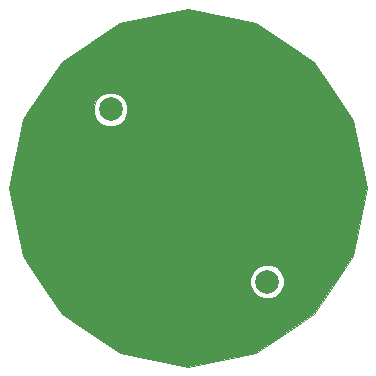
<source format=gbl>
G04 #@! TF.FileFunction,Copper,L2,Bot,Signal*
%FSLAX46Y46*%
G04 Gerber Fmt 4.6, Leading zero omitted, Abs format (unit mm)*
G04 Created by KiCad (PCBNEW (2015-11-29 BZR 6336, Git 7b0d981)-product) date Po 7. prosinec 2015, 17:54:50 CET*
%MOMM*%
G01*
G04 APERTURE LIST*
%ADD10C,0.100000*%
%ADD11C,0.360000*%
%ADD12C,0.370000*%
%ADD13C,2.000000*%
%ADD14C,0.050000*%
G04 APERTURE END LIST*
D10*
D11*
X112680000Y-89443000D03*
X112680000Y-90043000D03*
X113380000Y-90043000D03*
X112680000Y-88843000D03*
X112680000Y-88293000D03*
X112680000Y-90643000D03*
X112680000Y-91243000D03*
X112680000Y-91793000D03*
X113380000Y-89443000D03*
X113380000Y-88843000D03*
X113380000Y-88293000D03*
X113380000Y-90643000D03*
X113380000Y-91243000D03*
X113380000Y-91793000D03*
D12*
X113380000Y-106229000D03*
X113380000Y-105629000D03*
X113380000Y-106779000D03*
X112680000Y-106779000D03*
X112680000Y-106229000D03*
X112680000Y-105629000D03*
X113380000Y-103279000D03*
X113380000Y-103829000D03*
X113380000Y-104429000D03*
X112680000Y-103279000D03*
X112680000Y-103829000D03*
X112680000Y-104429000D03*
X112680000Y-105029000D03*
X113380000Y-105029000D03*
D13*
X119735600Y-105460800D03*
X106476800Y-90881200D03*
D14*
G36*
X118821872Y-83553183D02*
X123731985Y-86834015D01*
X127012817Y-91744128D01*
X128164892Y-97536000D01*
X127012817Y-103327872D01*
X123731985Y-108237985D01*
X118821872Y-111518817D01*
X113030000Y-112670892D01*
X107238128Y-111518817D01*
X102328015Y-108237985D01*
X100660924Y-105743006D01*
X118310354Y-105743006D01*
X118526840Y-106266943D01*
X118927349Y-106668151D01*
X119450907Y-106885552D01*
X120017806Y-106886046D01*
X120541743Y-106669560D01*
X120942951Y-106269051D01*
X121160352Y-105745493D01*
X121160846Y-105178594D01*
X120944360Y-104654657D01*
X120543851Y-104253449D01*
X120020293Y-104036048D01*
X119453394Y-104035554D01*
X118929457Y-104252040D01*
X118528249Y-104652549D01*
X118310848Y-105176107D01*
X118310354Y-105743006D01*
X100660924Y-105743006D01*
X99047183Y-103327872D01*
X97895108Y-97536000D01*
X99047183Y-91744128D01*
X99435208Y-91163406D01*
X105051554Y-91163406D01*
X105268040Y-91687343D01*
X105668549Y-92088551D01*
X106192107Y-92305952D01*
X106759006Y-92306446D01*
X107282943Y-92089960D01*
X107684151Y-91689451D01*
X107901552Y-91165893D01*
X107902046Y-90598994D01*
X107685560Y-90075057D01*
X107285051Y-89673849D01*
X106761493Y-89456448D01*
X106194594Y-89455954D01*
X105670657Y-89672440D01*
X105269449Y-90072949D01*
X105052048Y-90596507D01*
X105051554Y-91163406D01*
X99435208Y-91163406D01*
X102328015Y-86834015D01*
X107238128Y-83553183D01*
X113030000Y-82401108D01*
X118821872Y-83553183D01*
X118821872Y-83553183D01*
G37*
X118821872Y-83553183D02*
X123731985Y-86834015D01*
X127012817Y-91744128D01*
X128164892Y-97536000D01*
X127012817Y-103327872D01*
X123731985Y-108237985D01*
X118821872Y-111518817D01*
X113030000Y-112670892D01*
X107238128Y-111518817D01*
X102328015Y-108237985D01*
X100660924Y-105743006D01*
X118310354Y-105743006D01*
X118526840Y-106266943D01*
X118927349Y-106668151D01*
X119450907Y-106885552D01*
X120017806Y-106886046D01*
X120541743Y-106669560D01*
X120942951Y-106269051D01*
X121160352Y-105745493D01*
X121160846Y-105178594D01*
X120944360Y-104654657D01*
X120543851Y-104253449D01*
X120020293Y-104036048D01*
X119453394Y-104035554D01*
X118929457Y-104252040D01*
X118528249Y-104652549D01*
X118310848Y-105176107D01*
X118310354Y-105743006D01*
X100660924Y-105743006D01*
X99047183Y-103327872D01*
X97895108Y-97536000D01*
X99047183Y-91744128D01*
X99435208Y-91163406D01*
X105051554Y-91163406D01*
X105268040Y-91687343D01*
X105668549Y-92088551D01*
X106192107Y-92305952D01*
X106759006Y-92306446D01*
X107282943Y-92089960D01*
X107684151Y-91689451D01*
X107901552Y-91165893D01*
X107902046Y-90598994D01*
X107685560Y-90075057D01*
X107285051Y-89673849D01*
X106761493Y-89456448D01*
X106194594Y-89455954D01*
X105670657Y-89672440D01*
X105269449Y-90072949D01*
X105052048Y-90596507D01*
X105051554Y-91163406D01*
X99435208Y-91163406D01*
X102328015Y-86834015D01*
X107238128Y-83553183D01*
X113030000Y-82401108D01*
X118821872Y-83553183D01*
M02*

</source>
